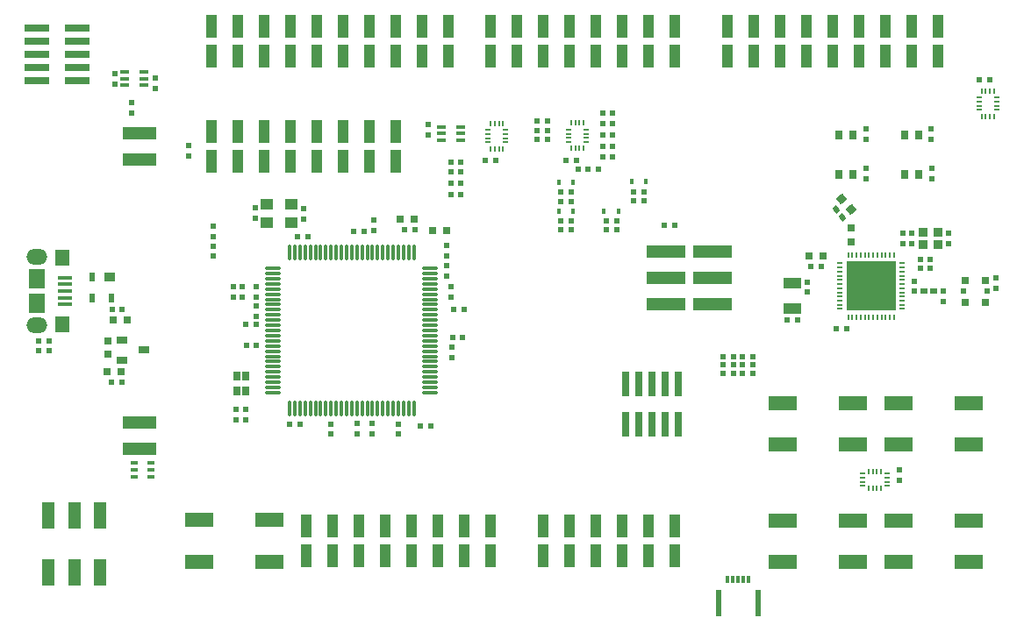
<source format=gtp>
G04 Layer_Color=8421504*
%FSLAX24Y24*%
%MOIN*%
G70*
G01*
G75*
%ADD17R,0.0236X0.0197*%
%ADD18R,0.0197X0.0236*%
%ADD19R,0.0236X0.0217*%
%ADD23R,0.0217X0.0236*%
%ADD24R,0.0709X0.0394*%
%ADD25R,0.0295X0.0315*%
%ADD26R,0.0402X0.0862*%
%ADD27R,0.0472X0.0984*%
%ADD28R,0.1252X0.0500*%
%ADD29R,0.0945X0.0299*%
%ADD30R,0.1083X0.0551*%
%ADD31O,0.0650X0.0118*%
%ADD32O,0.0118X0.0650*%
%ADD33R,0.0472X0.0433*%
%ADD34R,0.0315X0.0295*%
%ADD35R,0.0276X0.0118*%
%ADD36R,0.0394X0.0335*%
%ADD37R,0.0236X0.0335*%
%ADD38R,0.0256X0.0335*%
%ADD40R,0.0400X0.0300*%
%ADD41R,0.0354X0.0138*%
%ADD42R,0.1500X0.0500*%
%ADD43R,0.0315X0.0295*%
%ADD44R,0.0228X0.0197*%
%ADD45R,0.0551X0.0630*%
%ADD46R,0.0610X0.0748*%
%ADD47R,0.0532X0.0157*%
%ADD48R,0.0300X0.0320*%
G04:AMPARAMS|DCode=49|XSize=19.7mil|YSize=25.6mil|CornerRadius=0mil|HoleSize=0mil|Usage=FLASHONLY|Rotation=40.000|XOffset=0mil|YOffset=0mil|HoleType=Round|Shape=Rectangle|*
%AMROTATEDRECTD49*
4,1,4,0.0007,-0.0161,-0.0158,0.0035,-0.0007,0.0161,0.0158,-0.0035,0.0007,-0.0161,0.0*
%
%ADD49ROTATEDRECTD49*%

G04:AMPARAMS|DCode=50|XSize=31.5mil|YSize=29.5mil|CornerRadius=0mil|HoleSize=0mil|Usage=FLASHONLY|Rotation=40.000|XOffset=0mil|YOffset=0mil|HoleType=Round|Shape=Rectangle|*
%AMROTATEDRECTD50*
4,1,4,-0.0026,-0.0214,-0.0216,0.0012,0.0026,0.0214,0.0216,-0.0012,-0.0026,-0.0214,0.0*
%
%ADD50ROTATEDRECTD50*%

%ADD51R,0.0256X0.0197*%
%ADD53R,0.1850X0.1850*%
%ADD54O,0.0079X0.0256*%
%ADD55O,0.0256X0.0079*%
%ADD56R,0.0299X0.0945*%
%ADD57R,0.0157X0.0197*%
%ADD58R,0.0374X0.0335*%
%ADD59R,0.0138X0.0315*%
%ADD60R,0.0236X0.1024*%
%ADD90O,0.0787X0.0591*%
%ADD91O,0.0071X0.0240*%
%ADD92O,0.0240X0.0071*%
D17*
X36573Y20540D02*
D03*
X36967D02*
D03*
X27227Y9350D02*
D03*
X26833D02*
D03*
X34712Y13362D02*
D03*
X34318D02*
D03*
X34712Y13692D02*
D03*
X34318D02*
D03*
X30158Y13432D02*
D03*
X30552D02*
D03*
X3987Y9016D02*
D03*
X3593D02*
D03*
X15133Y14826D02*
D03*
X14739D02*
D03*
X4013Y11806D02*
D03*
X3619D02*
D03*
X13193Y14746D02*
D03*
X12799D02*
D03*
X29653Y11408D02*
D03*
X29259D02*
D03*
X31138Y11072D02*
D03*
X31532D02*
D03*
X822Y10236D02*
D03*
X1215D02*
D03*
X9083Y11216D02*
D03*
X8689D02*
D03*
X9113Y10416D02*
D03*
X8719D02*
D03*
X10753Y7436D02*
D03*
X10359D02*
D03*
X16943Y10736D02*
D03*
X16549D02*
D03*
X11073Y14576D02*
D03*
X10679D02*
D03*
X27967Y9350D02*
D03*
X27573D02*
D03*
X20663Y15908D02*
D03*
X21057D02*
D03*
X21048Y14818D02*
D03*
X20654D02*
D03*
X22780Y14825D02*
D03*
X22386D02*
D03*
X23444Y15937D02*
D03*
X23838D02*
D03*
X20873Y17478D02*
D03*
X21267D02*
D03*
X17796Y17458D02*
D03*
X18190D02*
D03*
D18*
X33527Y5687D02*
D03*
Y5293D02*
D03*
X34005Y14688D02*
D03*
Y14295D02*
D03*
X14500Y7049D02*
D03*
Y7443D02*
D03*
X11936Y7049D02*
D03*
Y7443D02*
D03*
X9096Y12259D02*
D03*
Y12653D02*
D03*
X8226Y12259D02*
D03*
Y12653D02*
D03*
X13556Y15203D02*
D03*
Y14809D02*
D03*
X37189Y12605D02*
D03*
Y12998D02*
D03*
X30016Y12845D02*
D03*
Y12452D02*
D03*
X35405Y14295D02*
D03*
Y14689D02*
D03*
X34105Y12485D02*
D03*
Y12878D02*
D03*
X9066Y15269D02*
D03*
Y15663D02*
D03*
X16336Y13463D02*
D03*
Y13069D02*
D03*
X16486Y12269D02*
D03*
Y12663D02*
D03*
X16516Y10353D02*
D03*
Y9959D02*
D03*
X10886Y15239D02*
D03*
Y15633D02*
D03*
X35200Y12089D02*
D03*
Y12483D02*
D03*
X9096Y11539D02*
D03*
Y11933D02*
D03*
X33675Y14688D02*
D03*
Y14295D02*
D03*
D19*
X24987Y14990D02*
D03*
X24593D02*
D03*
X20163Y18258D02*
D03*
X19769D02*
D03*
X822Y10586D02*
D03*
X1215D02*
D03*
X16482Y17386D02*
D03*
X16875D02*
D03*
X16482Y16176D02*
D03*
X16875D02*
D03*
X16482Y17016D02*
D03*
X16875D02*
D03*
X16482Y16596D02*
D03*
X16875D02*
D03*
X16983Y11796D02*
D03*
X16589D02*
D03*
X15333Y7366D02*
D03*
X15727D02*
D03*
X22646Y18006D02*
D03*
X22253D02*
D03*
X20663Y16248D02*
D03*
X21057D02*
D03*
X22646Y17586D02*
D03*
X22253D02*
D03*
X22646Y18426D02*
D03*
X22253D02*
D03*
X22646Y18846D02*
D03*
X22253D02*
D03*
X22646Y19266D02*
D03*
X22253D02*
D03*
X20654Y15158D02*
D03*
X21048D02*
D03*
X22386Y15165D02*
D03*
X22780D02*
D03*
X23444Y16277D02*
D03*
X23838D02*
D03*
X21710Y17138D02*
D03*
X21316D02*
D03*
X22104D02*
D03*
X21710D02*
D03*
X20163Y18608D02*
D03*
X19769D02*
D03*
X20163Y18958D02*
D03*
X19769D02*
D03*
X26832Y9686D02*
D03*
X27225D02*
D03*
X27965D02*
D03*
X27572D02*
D03*
X27965Y9986D02*
D03*
X27572D02*
D03*
X26832D02*
D03*
X27225D02*
D03*
D23*
X7460Y14210D02*
D03*
Y13816D02*
D03*
X7460Y14559D02*
D03*
Y14952D02*
D03*
X13513Y7447D02*
D03*
Y7053D02*
D03*
X12924Y7447D02*
D03*
Y7053D02*
D03*
X8576Y12259D02*
D03*
Y12653D02*
D03*
X8703Y7589D02*
D03*
Y7983D02*
D03*
X8329Y7589D02*
D03*
Y7983D02*
D03*
X3720Y20379D02*
D03*
Y20773D02*
D03*
X32250Y17147D02*
D03*
Y16753D02*
D03*
X34760D02*
D03*
Y17147D02*
D03*
X34740Y18253D02*
D03*
Y18647D02*
D03*
X32250Y18253D02*
D03*
Y18647D02*
D03*
X4360Y19653D02*
D03*
Y19259D02*
D03*
X5260Y20189D02*
D03*
Y20583D02*
D03*
X15630Y18429D02*
D03*
Y18823D02*
D03*
X16336Y14233D02*
D03*
Y13839D02*
D03*
X6520Y18013D02*
D03*
Y17619D02*
D03*
D24*
X29456Y12811D02*
D03*
Y11826D02*
D03*
D25*
X30620Y13832D02*
D03*
X30089D02*
D03*
X3956Y9436D02*
D03*
X3424D02*
D03*
X3660Y11406D02*
D03*
X4192D02*
D03*
X15092Y15226D02*
D03*
X14560D02*
D03*
X16316Y14806D02*
D03*
X15784D02*
D03*
D26*
X23000Y3573D02*
D03*
X23000Y2419D02*
D03*
X25000Y3573D02*
D03*
X24000D02*
D03*
X21000D02*
D03*
X20000D02*
D03*
X25000Y2419D02*
D03*
X24000D02*
D03*
X21000D02*
D03*
X20000D02*
D03*
X22000Y3573D02*
D03*
Y2419D02*
D03*
X13000Y2419D02*
D03*
X17000D02*
D03*
X13000Y3573D02*
D03*
X17000D02*
D03*
X12000Y2419D02*
D03*
X11000D02*
D03*
X16000D02*
D03*
X15000D02*
D03*
X18000D02*
D03*
X12000Y3573D02*
D03*
X11000D02*
D03*
X16000Y3573D02*
D03*
X15000Y3573D02*
D03*
X18000D02*
D03*
X14000Y2419D02*
D03*
Y3573D02*
D03*
X14400Y22573D02*
D03*
X10400D02*
D03*
X14400Y21419D02*
D03*
X10400Y21419D02*
D03*
X16400Y22573D02*
D03*
X15400D02*
D03*
X12400D02*
D03*
X11400D02*
D03*
X9400D02*
D03*
X8400D02*
D03*
X16400Y21419D02*
D03*
X15400D02*
D03*
X12400D02*
D03*
X11400D02*
D03*
X9400D02*
D03*
X8400Y21419D02*
D03*
X13400Y22573D02*
D03*
X7400D02*
D03*
X13400Y21419D02*
D03*
X7400D02*
D03*
X23000Y22573D02*
D03*
X19000D02*
D03*
X23000Y21419D02*
D03*
X19000D02*
D03*
X24000Y22573D02*
D03*
X25000D02*
D03*
X20000D02*
D03*
X21000D02*
D03*
X18000D02*
D03*
X24000Y21419D02*
D03*
X25000D02*
D03*
X20000Y21419D02*
D03*
X21000Y21419D02*
D03*
X18000D02*
D03*
X22000Y22573D02*
D03*
Y21419D02*
D03*
X32000Y21419D02*
D03*
Y22573D02*
D03*
X28000Y21419D02*
D03*
X31000D02*
D03*
X30000Y21419D02*
D03*
X35000Y21419D02*
D03*
X34000D02*
D03*
X28000Y22573D02*
D03*
X31000D02*
D03*
X30000D02*
D03*
X35000D02*
D03*
X34000D02*
D03*
X29000Y21419D02*
D03*
X33000D02*
D03*
X29000Y22573D02*
D03*
X33000D02*
D03*
X27000D02*
D03*
Y21419D02*
D03*
X13400Y18573D02*
D03*
Y17419D02*
D03*
X14400Y18573D02*
D03*
Y17419D02*
D03*
X8400Y18573D02*
D03*
Y17419D02*
D03*
X9400D02*
D03*
Y18573D02*
D03*
X10400Y17419D02*
D03*
Y18573D02*
D03*
X12400Y17419D02*
D03*
Y18573D02*
D03*
X11400Y17419D02*
D03*
Y18573D02*
D03*
X7400D02*
D03*
Y17419D02*
D03*
D27*
X3164Y3949D02*
D03*
X1196D02*
D03*
X2180D02*
D03*
Y1783D02*
D03*
X1196D02*
D03*
X3164D02*
D03*
D28*
X4650Y6496D02*
D03*
Y7496D02*
D03*
Y18496D02*
D03*
Y17496D02*
D03*
D29*
X762Y20506D02*
D03*
Y21006D02*
D03*
Y21506D02*
D03*
Y22006D02*
D03*
Y22506D02*
D03*
X2298Y20506D02*
D03*
Y21006D02*
D03*
Y21506D02*
D03*
Y22006D02*
D03*
Y22506D02*
D03*
D30*
X29091Y6669D02*
D03*
Y8244D02*
D03*
X31749Y6669D02*
D03*
Y8244D02*
D03*
X33491Y6669D02*
D03*
Y8244D02*
D03*
X36149Y6669D02*
D03*
Y8244D02*
D03*
X9599Y3783D02*
D03*
Y2209D02*
D03*
X6941Y3783D02*
D03*
Y2209D02*
D03*
X36149Y3774D02*
D03*
Y2199D02*
D03*
X33491Y3774D02*
D03*
Y2199D02*
D03*
X31749Y3774D02*
D03*
Y2199D02*
D03*
X29091Y3774D02*
D03*
Y2199D02*
D03*
D31*
X15708Y12571D02*
D03*
Y12768D02*
D03*
Y12177D02*
D03*
Y12374D02*
D03*
Y13358D02*
D03*
Y12965D02*
D03*
Y13161D02*
D03*
Y11193D02*
D03*
Y11390D02*
D03*
Y10799D02*
D03*
Y10996D02*
D03*
Y11783D02*
D03*
Y11980D02*
D03*
Y11587D02*
D03*
Y10405D02*
D03*
Y10602D02*
D03*
Y10012D02*
D03*
Y10209D02*
D03*
Y9815D02*
D03*
Y9421D02*
D03*
Y9618D02*
D03*
Y9028D02*
D03*
Y9224D02*
D03*
Y8634D02*
D03*
Y8831D02*
D03*
X9744Y13358D02*
D03*
Y12177D02*
D03*
Y12374D02*
D03*
Y11783D02*
D03*
Y11980D02*
D03*
Y12965D02*
D03*
Y13161D02*
D03*
Y12571D02*
D03*
Y12768D02*
D03*
Y10799D02*
D03*
Y10996D02*
D03*
Y10405D02*
D03*
Y10602D02*
D03*
Y11390D02*
D03*
Y11587D02*
D03*
Y11193D02*
D03*
Y9618D02*
D03*
Y10209D02*
D03*
Y9815D02*
D03*
Y10012D02*
D03*
Y9224D02*
D03*
Y9421D02*
D03*
Y8831D02*
D03*
Y9028D02*
D03*
Y8634D02*
D03*
D32*
X15088Y13978D02*
D03*
X14498D02*
D03*
X14301D02*
D03*
X14891D02*
D03*
X14695D02*
D03*
X13710D02*
D03*
X13513D02*
D03*
X14104D02*
D03*
X13907D02*
D03*
X13317D02*
D03*
X13120D02*
D03*
X12923D02*
D03*
X12726D02*
D03*
X12529D02*
D03*
X15088Y8014D02*
D03*
X13120D02*
D03*
X12923D02*
D03*
X13513D02*
D03*
X13317D02*
D03*
X12529D02*
D03*
X12332D02*
D03*
X12726D02*
D03*
X14498D02*
D03*
X14301D02*
D03*
X14891D02*
D03*
X14695D02*
D03*
X13907D02*
D03*
X13710D02*
D03*
X14104D02*
D03*
X11939Y13978D02*
D03*
X11742D02*
D03*
X12332D02*
D03*
X12136D02*
D03*
X10561D02*
D03*
X11545D02*
D03*
X11348D02*
D03*
X10758D02*
D03*
X10364D02*
D03*
X11151D02*
D03*
X10954D02*
D03*
X11742Y8014D02*
D03*
X11545D02*
D03*
X12136D02*
D03*
X11939D02*
D03*
X10954D02*
D03*
X10758D02*
D03*
X11348D02*
D03*
X11151D02*
D03*
X10561D02*
D03*
X10364D02*
D03*
D33*
X10446Y15807D02*
D03*
Y15105D02*
D03*
X9506Y15807D02*
D03*
Y15105D02*
D03*
D34*
X3470Y10612D02*
D03*
Y10080D02*
D03*
X31705Y14897D02*
D03*
Y14366D02*
D03*
D35*
X5080Y5948D02*
D03*
Y5692D02*
D03*
Y5436D02*
D03*
X4450Y5692D02*
D03*
Y5948D02*
D03*
Y5436D02*
D03*
D36*
X3521Y13030D02*
D03*
D37*
X2852D02*
D03*
X3600Y12222D02*
D03*
X2852D02*
D03*
D38*
X8683Y9271D02*
D03*
Y8701D02*
D03*
X8349Y9271D02*
D03*
Y8701D02*
D03*
D40*
X4827Y10252D02*
D03*
X4000Y9878D02*
D03*
Y10626D02*
D03*
D41*
X4096Y20320D02*
D03*
Y20576D02*
D03*
Y20832D02*
D03*
X4844D02*
D03*
Y20576D02*
D03*
Y20320D02*
D03*
X16126Y18230D02*
D03*
X16126Y18486D02*
D03*
X16126Y18742D02*
D03*
X16874D02*
D03*
Y18486D02*
D03*
Y18230D02*
D03*
D42*
X24675Y13996D02*
D03*
X26425D02*
D03*
X24675Y12996D02*
D03*
X26425D02*
D03*
X24675Y11996D02*
D03*
X26425D02*
D03*
D43*
X36793Y12885D02*
D03*
Y12078D02*
D03*
X36045Y12885D02*
D03*
Y12078D02*
D03*
D44*
X36875Y12482D02*
D03*
X35962D02*
D03*
D45*
X1730Y13756D02*
D03*
Y11236D02*
D03*
D46*
X765Y12024D02*
D03*
Y12968D02*
D03*
D47*
X1818Y11984D02*
D03*
Y12240D02*
D03*
Y13008D02*
D03*
Y12752D02*
D03*
Y12496D02*
D03*
D48*
X34275Y16940D02*
D03*
X33725D02*
D03*
X31775D02*
D03*
X31225D02*
D03*
X34275Y18440D02*
D03*
X33725D02*
D03*
X31775D02*
D03*
X31225D02*
D03*
D49*
X31125Y15595D02*
D03*
X31365Y15308D02*
D03*
D50*
X31344Y15995D02*
D03*
X31686Y15588D02*
D03*
D51*
X34468Y12482D02*
D03*
X34842D02*
D03*
D53*
X32455Y12682D02*
D03*
D54*
X31589Y13873D02*
D03*
X31746D02*
D03*
X31904D02*
D03*
X32061D02*
D03*
X32218D02*
D03*
X32376D02*
D03*
X32533D02*
D03*
X32691D02*
D03*
X32848D02*
D03*
X33006D02*
D03*
X33163D02*
D03*
X33321D02*
D03*
Y11491D02*
D03*
X33163D02*
D03*
X33006D02*
D03*
X32848D02*
D03*
X32691D02*
D03*
X32533D02*
D03*
X32376D02*
D03*
X32218D02*
D03*
X32061D02*
D03*
X31904D02*
D03*
X31746D02*
D03*
X31589D02*
D03*
D55*
X33646Y13548D02*
D03*
Y13390D02*
D03*
Y13233D02*
D03*
Y13075D02*
D03*
Y12918D02*
D03*
Y12760D02*
D03*
Y12603D02*
D03*
Y12445D02*
D03*
Y12288D02*
D03*
Y12130D02*
D03*
Y11973D02*
D03*
Y11815D02*
D03*
X31264D02*
D03*
Y11973D02*
D03*
Y12130D02*
D03*
Y12288D02*
D03*
Y12445D02*
D03*
Y12603D02*
D03*
Y12760D02*
D03*
Y12918D02*
D03*
Y13075D02*
D03*
Y13233D02*
D03*
Y13390D02*
D03*
Y13548D02*
D03*
D56*
X25120Y7430D02*
D03*
X24620D02*
D03*
X24120D02*
D03*
X23620D02*
D03*
X23120D02*
D03*
X25120Y8965D02*
D03*
X24620D02*
D03*
X24120D02*
D03*
X23620D02*
D03*
X23120D02*
D03*
D57*
X21138Y16618D02*
D03*
X20587D02*
D03*
X21139Y15528D02*
D03*
X20587D02*
D03*
X22859D02*
D03*
X22308D02*
D03*
X23909Y16650D02*
D03*
X23358D02*
D03*
D58*
X34419Y14265D02*
D03*
Y14718D02*
D03*
X34990D02*
D03*
Y14265D02*
D03*
D59*
X27797Y1520D02*
D03*
X27010D02*
D03*
X27207D02*
D03*
X27404D02*
D03*
X27601D02*
D03*
D60*
X26656Y614D02*
D03*
X28152D02*
D03*
D90*
X765Y11197D02*
D03*
Y13795D02*
D03*
D91*
X32833Y5645D02*
D03*
X32675D02*
D03*
X32518D02*
D03*
X32360D02*
D03*
Y4995D02*
D03*
X32518D02*
D03*
X32675D02*
D03*
X32833D02*
D03*
X21536Y18882D02*
D03*
X21378D02*
D03*
X21221D02*
D03*
X21063D02*
D03*
Y17918D02*
D03*
X21221D02*
D03*
X21378D02*
D03*
X21536D02*
D03*
X18472Y18870D02*
D03*
X18315D02*
D03*
X18158D02*
D03*
X18000D02*
D03*
Y17905D02*
D03*
X18158D02*
D03*
X18315D02*
D03*
X18472D02*
D03*
X36654Y19138D02*
D03*
X36811D02*
D03*
X36969D02*
D03*
X37126D02*
D03*
Y20102D02*
D03*
X36969D02*
D03*
X36811D02*
D03*
X36654D02*
D03*
D92*
X32114Y5556D02*
D03*
Y5399D02*
D03*
Y5241D02*
D03*
Y5084D02*
D03*
X33079D02*
D03*
Y5241D02*
D03*
Y5399D02*
D03*
Y5556D02*
D03*
X21624Y18164D02*
D03*
Y18321D02*
D03*
Y18479D02*
D03*
Y18636D02*
D03*
X20975D02*
D03*
Y18479D02*
D03*
Y18321D02*
D03*
Y18164D02*
D03*
X18561Y18152D02*
D03*
Y18309D02*
D03*
Y18466D02*
D03*
Y18624D02*
D03*
X17911D02*
D03*
Y18466D02*
D03*
Y18309D02*
D03*
Y18152D02*
D03*
X36565Y19856D02*
D03*
Y19699D02*
D03*
Y19541D02*
D03*
Y19384D02*
D03*
X37215D02*
D03*
Y19541D02*
D03*
Y19699D02*
D03*
Y19856D02*
D03*
M02*

</source>
